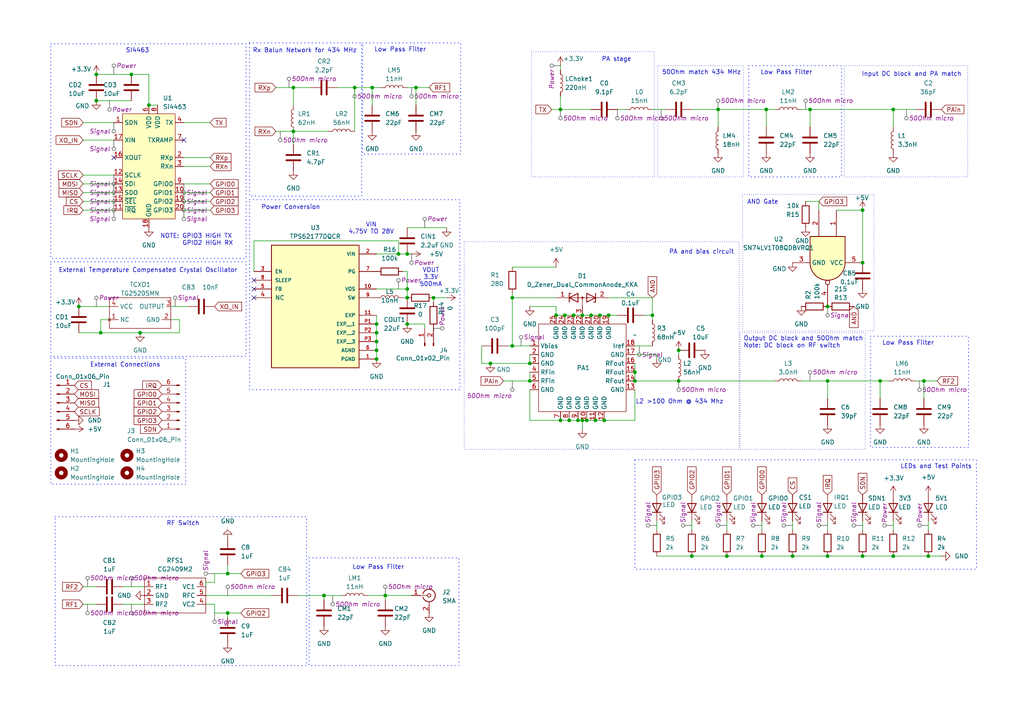
<source format=kicad_sch>
(kicad_sch (version 20231120) (generator "eeschema") (generator_version "8.0")
  (paper "A4")
  (junction (at 66.04 177.8))
  (junction (at 250.19 161.29))
  (junction (at 220.98 161.29))
  (junction (at 184.15 110.49))
  (junction (at 168.91 121.92))
  (junction (at 148.59 100.33))
  (junction (at 189.23 91.44))
  (junction (at 162.56 31.75))
  (junction (at 148.59 86.36))
  (junction (at 240.03 110.49))
  (junction (at 259.08 161.29))
  (junction (at 93.98 172.72))
  (junction (at 167.64 121.92))
  (junction (at 109.22 93.98))
  (junction (at 269.24 161.29))
  (junction (at 171.45 91.44))
  (junction (at 259.08 31.75))
  (junction (at 85.09 38.1))
  (junction (at 240.03 88.9))
  (junction (at 170.18 121.92))
  (junction (at 66.04 166.37))
  (junction (at 107.95 25.4))
  (junction (at 166.37 91.44))
  (junction (at 176.53 91.44))
  (junction (at 234.95 31.75))
  (junction (at 255.27 110.49))
  (junction (at 162.56 121.92))
  (junction (at 118.11 73.66))
  (junction (at 163.83 91.44))
  (junction (at 153.67 110.49))
  (junction (at 208.28 31.75))
  (junction (at 40.64 96.52))
  (junction (at 118.11 83.82))
  (junction (at 165.1 121.92))
  (junction (at 229.87 161.29))
  (junction (at 27.94 29.21))
  (junction (at 29.21 96.52))
  (junction (at 102.87 25.4))
  (junction (at 109.22 99.06))
  (junction (at 120.65 25.4))
  (junction (at 109.22 101.6))
  (junction (at 125.73 86.36))
  (junction (at 43.18 30.48))
  (junction (at 118.11 86.36))
  (junction (at 115.57 73.66))
  (junction (at 109.22 96.52))
  (junction (at 22.86 88.9))
  (junction (at 222.25 31.75))
  (junction (at 142.24 105.41))
  (junction (at 175.26 121.92))
  (junction (at 250.19 76.2))
  (junction (at 38.1 21.59))
  (junction (at 168.91 91.44))
  (junction (at 200.66 161.29))
  (junction (at 267.97 110.49))
  (junction (at 153.67 105.41))
  (junction (at 27.94 21.59))
  (junction (at 161.29 91.44))
  (junction (at 118.11 93.98))
  (junction (at 196.85 110.49))
  (junction (at 196.85 101.6))
  (junction (at 250.19 60.96))
  (junction (at 210.82 161.29))
  (junction (at 173.99 91.44))
  (junction (at 172.72 121.92))
  (junction (at 240.03 161.29))
  (junction (at 85.09 25.4))
  (junction (at 109.22 104.14))
  (junction (at 184.15 107.95))
  (junction (at 111.76 172.72))
  (no_connect (at 53.34 40.64))
  (no_connect (at 33.02 45.72))
  (no_connect (at 73.66 83.82))
  (no_connect (at 73.66 81.28))
  (no_connect (at 73.66 86.36))
  (wire (pts (xy 250.19 151.13) (xy 250.19 153.67)))
  (wire (pts (xy 52.07 92.71) (xy 52.07 96.52)))
  (wire (pts (xy 102.87 38.1) (xy 102.87 25.4)))
  (wire (pts (xy 53.34 48.26) (xy 60.96 48.26)))
  (wire (pts (xy 123.19 93.98) (xy 118.11 93.98)))
  (wire (pts (xy 66.04 179.07) (xy 66.04 177.8)))
  (wire (pts (xy 24.13 170.18) (xy 27.94 170.18)))
  (wire (pts (xy 148.59 86.36) (xy 148.59 100.33)))
  (wire (pts (xy 109.22 83.82) (xy 118.11 83.82)))
  (wire (pts (xy 269.24 151.13) (xy 269.24 153.67)))
  (wire (pts (xy 53.34 55.88) (xy 60.96 55.88)))
  (wire (pts (xy 190.5 151.13) (xy 190.5 153.67)))
  (wire (pts (xy 118.11 86.36) (xy 118.11 83.82)))
  (wire (pts (xy 189.23 91.44) (xy 189.23 92.71)))
  (wire (pts (xy 118.11 83.82) (xy 118.11 78.74)))
  (wire (pts (xy 161.29 91.44) (xy 163.83 91.44)))
  (wire (pts (xy 24.13 35.56) (xy 33.02 35.56)))
  (wire (pts (xy 189.23 86.36) (xy 189.23 91.44)))
  (wire (pts (xy 255.27 110.49) (xy 255.27 115.57)))
  (wire (pts (xy 125.73 86.36) (xy 129.54 86.36)))
  (wire (pts (xy 173.99 91.44) (xy 176.53 91.44)))
  (wire (pts (xy 259.08 151.13) (xy 259.08 153.67)))
  (wire (pts (xy 234.95 31.75) (xy 259.08 31.75)))
  (wire (pts (xy 148.59 86.36) (xy 161.29 86.36)))
  (wire (pts (xy 186.69 91.44) (xy 189.23 91.44)))
  (wire (pts (xy 109.22 99.06) (xy 109.22 101.6)))
  (wire (pts (xy 66.04 166.37) (xy 69.85 166.37)))
  (wire (pts (xy 160.02 31.75) (xy 162.56 31.75)))
  (wire (pts (xy 53.34 53.34) (xy 60.96 53.34)))
  (wire (pts (xy 109.22 96.52) (xy 109.22 99.06)))
  (wire (pts (xy 229.87 151.13) (xy 229.87 153.67)))
  (wire (pts (xy 111.76 173.99) (xy 111.76 172.72)))
  (wire (pts (xy 229.87 161.29) (xy 240.03 161.29)))
  (wire (pts (xy 200.66 151.13) (xy 200.66 153.67)))
  (wire (pts (xy 242.57 60.96) (xy 250.19 60.96)))
  (wire (pts (xy 184.15 110.49) (xy 196.85 110.49)))
  (wire (pts (xy 176.53 91.44) (xy 179.07 91.44)))
  (wire (pts (xy 240.03 151.13) (xy 240.03 153.67)))
  (wire (pts (xy 168.91 121.92) (xy 168.91 124.46)))
  (wire (pts (xy 162.56 27.94) (xy 162.56 31.75)))
  (wire (pts (xy 66.04 163.83) (xy 66.04 166.37)))
  (wire (pts (xy 240.03 110.49) (xy 255.27 110.49)))
  (wire (pts (xy 22.86 96.52) (xy 29.21 96.52)))
  (wire (pts (xy 29.21 96.52) (xy 29.21 92.71)))
  (wire (pts (xy 59.69 172.72) (xy 78.74 172.72)))
  (wire (pts (xy 146.05 110.49) (xy 153.67 110.49)))
  (wire (pts (xy 85.09 38.1) (xy 95.25 38.1)))
  (wire (pts (xy 139.7 100.33) (xy 139.7 105.41)))
  (wire (pts (xy 153.67 88.9) (xy 161.29 88.9)))
  (wire (pts (xy 250.19 60.96) (xy 250.19 76.2)))
  (wire (pts (xy 116.84 78.74) (xy 118.11 78.74)))
  (wire (pts (xy 27.94 21.59) (xy 38.1 21.59)))
  (wire (pts (xy 85.09 25.4) (xy 90.17 25.4)))
  (wire (pts (xy 24.13 175.26) (xy 27.94 175.26)))
  (wire (pts (xy 190.5 161.29) (xy 200.66 161.29)))
  (wire (pts (xy 27.94 29.21) (xy 38.1 29.21)))
  (wire (pts (xy 153.67 113.03) (xy 153.67 121.92)))
  (wire (pts (xy 52.07 96.52) (xy 40.64 96.52)))
  (wire (pts (xy 184.15 100.33) (xy 189.23 100.33)))
  (wire (pts (xy 200.66 31.75) (xy 208.28 31.75)))
  (wire (pts (xy 120.65 25.4) (xy 124.46 25.4)))
  (wire (pts (xy 40.64 96.52) (xy 29.21 96.52)))
  (wire (pts (xy 153.67 121.92) (xy 162.56 121.92)))
  (wire (pts (xy 49.53 88.9) (xy 54.61 88.9)))
  (wire (pts (xy 120.65 30.48) (xy 120.65 25.4)))
  (wire (pts (xy 24.13 40.64) (xy 33.02 40.64)))
  (wire (pts (xy 162.56 19.05) (xy 162.56 20.32)))
  (wire (pts (xy 172.72 121.92) (xy 175.26 121.92)))
  (wire (pts (xy 118.11 25.4) (xy 120.65 25.4)))
  (wire (pts (xy 196.85 110.49) (xy 224.79 110.49)))
  (wire (pts (xy 53.34 60.96) (xy 60.96 60.96)))
  (wire (pts (xy 29.21 92.71) (xy 31.75 92.71)))
  (wire (pts (xy 269.24 161.29) (xy 273.05 161.29)))
  (wire (pts (xy 167.64 121.92) (xy 168.91 121.92)))
  (wire (pts (xy 147.32 100.33) (xy 148.59 100.33)))
  (wire (pts (xy 62.23 166.37) (xy 66.04 166.37)))
  (wire (pts (xy 59.69 168.91) (xy 59.69 170.18)))
  (wire (pts (xy 184.15 107.95) (xy 184.15 110.49)))
  (wire (pts (xy 22.86 88.9) (xy 31.75 88.9)))
  (wire (pts (xy 107.95 25.4) (xy 110.49 25.4)))
  (wire (pts (xy 43.18 21.59) (xy 43.18 30.48)))
  (wire (pts (xy 80.01 38.1) (xy 85.09 38.1)))
  (wire (pts (xy 162.56 31.75) (xy 171.45 31.75)))
  (wire (pts (xy 115.57 69.85) (xy 115.57 73.66)))
  (wire (pts (xy 237.49 58.42) (xy 237.49 60.96)))
  (wire (pts (xy 102.87 25.4) (xy 107.95 25.4)))
  (wire (pts (xy 184.15 102.87) (xy 190.5 102.87)))
  (wire (pts (xy 125.73 86.36) (xy 125.73 87.63)))
  (wire (pts (xy 73.66 78.74) (xy 73.66 69.85)))
  (wire (pts (xy 234.95 36.83) (xy 234.95 31.75)))
  (wire (pts (xy 139.7 105.41) (xy 142.24 105.41)))
  (wire (pts (xy 232.41 110.49) (xy 240.03 110.49)))
  (wire (pts (xy 184.15 105.41) (xy 184.15 107.95)))
  (wire (pts (xy 24.13 60.96) (xy 33.02 60.96)))
  (wire (pts (xy 85.09 38.1) (xy 85.09 41.91)))
  (wire (pts (xy 168.91 91.44) (xy 171.45 91.44)))
  (wire (pts (xy 62.23 168.91) (xy 59.69 168.91)))
  (wire (pts (xy 66.04 177.8) (xy 69.85 177.8)))
  (wire (pts (xy 109.22 91.44) (xy 109.22 93.98)))
  (wire (pts (xy 196.85 101.6) (xy 196.85 102.87)))
  (wire (pts (xy 170.18 121.92) (xy 172.72 121.92)))
  (wire (pts (xy 255.27 110.49) (xy 257.81 110.49)))
  (wire (pts (xy 53.34 45.72) (xy 60.96 45.72)))
  (wire (pts (xy 171.45 91.44) (xy 173.99 91.44)))
  (wire (pts (xy 85.09 25.4) (xy 85.09 30.48)))
  (wire (pts (xy 190.5 102.87) (xy 190.5 104.14)))
  (wire (pts (xy 189.23 31.75) (xy 193.04 31.75)))
  (wire (pts (xy 107.95 25.4) (xy 107.95 30.48)))
  (wire (pts (xy 62.23 177.8) (xy 66.04 177.8)))
  (wire (pts (xy 220.98 151.13) (xy 220.98 153.67)))
  (wire (pts (xy 179.07 31.75) (xy 181.61 31.75)))
  (wire (pts (xy 208.28 31.75) (xy 222.25 31.75)))
  (wire (pts (xy 161.29 88.9) (xy 161.29 91.44)))
  (wire (pts (xy 153.67 107.95) (xy 153.67 110.49)))
  (wire (pts (xy 106.68 172.72) (xy 111.76 172.72)))
  (wire (pts (xy 24.13 55.88) (xy 33.02 55.88)))
  (wire (pts (xy 267.97 110.49) (xy 271.78 110.49)))
  (wire (pts (xy 259.08 31.75) (xy 265.43 31.75)))
  (wire (pts (xy 184.15 113.03) (xy 184.15 121.92)))
  (wire (pts (xy 176.53 86.36) (xy 189.23 86.36)))
  (wire (pts (xy 38.1 21.59) (xy 43.18 21.59)))
  (wire (pts (xy 118.11 66.04) (xy 129.54 66.04)))
  (wire (pts (xy 102.87 25.4) (xy 97.79 25.4)))
  (wire (pts (xy 259.08 161.29) (xy 269.24 161.29)))
  (wire (pts (xy 210.82 161.29) (xy 220.98 161.29)))
  (wire (pts (xy 109.22 73.66) (xy 115.57 73.66)))
  (wire (pts (xy 86.36 172.72) (xy 93.98 172.72)))
  (wire (pts (xy 35.56 170.18) (xy 41.91 170.18)))
  (wire (pts (xy 200.66 161.29) (xy 210.82 161.29)))
  (wire (pts (xy 148.59 77.47) (xy 161.29 77.47)))
  (wire (pts (xy 80.01 25.4) (xy 85.09 25.4)))
  (wire (pts (xy 148.59 100.33) (xy 153.67 100.33)))
  (wire (pts (xy 240.03 110.49) (xy 240.03 115.57)))
  (wire (pts (xy 123.19 95.25) (xy 123.19 93.98)))
  (wire (pts (xy 208.28 31.75) (xy 208.28 36.83)))
  (wire (pts (xy 43.18 30.48) (xy 45.72 30.48)))
  (wire (pts (xy 166.37 91.44) (xy 168.91 91.44)))
  (wire (pts (xy 35.56 175.26) (xy 41.91 175.26)))
  (wire (pts (xy 165.1 121.92) (xy 167.64 121.92)))
  (wire (pts (xy 24.13 50.8) (xy 33.02 50.8)))
  (wire (pts (xy 53.34 58.42) (xy 60.96 58.42)))
  (wire (pts (xy 111.76 172.72) (xy 119.38 172.72)))
  (wire (pts (xy 163.83 91.44) (xy 166.37 91.44)))
  (wire (pts (xy 109.22 101.6) (xy 109.22 104.14)))
  (wire (pts (xy 259.08 31.75) (xy 259.08 36.83)))
  (wire (pts (xy 49.53 92.71) (xy 52.07 92.71)))
  (wire (pts (xy 148.59 85.09) (xy 148.59 86.36)))
  (wire (pts (xy 118.11 73.66) (xy 115.57 73.66)))
  (wire (pts (xy 233.68 58.42) (xy 237.49 58.42)))
  (wire (pts (xy 24.13 53.34) (xy 33.02 53.34)))
  (wire (pts (xy 153.67 102.87) (xy 153.67 105.41)))
  (wire (pts (xy 53.34 35.56) (xy 60.96 35.56)))
  (wire (pts (xy 222.25 31.75) (xy 222.25 36.83)))
  (wire (pts (xy 93.98 172.72) (xy 93.98 173.99)))
  (wire (pts (xy 93.98 172.72) (xy 99.06 172.72)))
  (wire (pts (xy 210.82 151.13) (xy 210.82 153.67)))
  (wire (pts (xy 220.98 161.29) (xy 229.87 161.29)))
  (wire (pts (xy 232.41 31.75) (xy 234.95 31.75)))
  (wire (pts (xy 62.23 175.26) (xy 62.23 177.8)))
  (wire (pts (xy 184.15 121.92) (xy 175.26 121.92)))
  (wire (pts (xy 267.97 115.57) (xy 267.97 110.49)))
  (wire (pts (xy 240.03 161.29) (xy 250.19 161.29)))
  (wire (pts (xy 168.91 121.92) (xy 170.18 121.92)))
  (wire (pts (xy 119.38 73.66) (xy 118.11 73.66)))
  (wire (pts (xy 73.66 69.85) (xy 115.57 69.85)))
  (wire (pts (xy 109.22 93.98) (xy 109.22 96.52)))
  (wire (pts (xy 222.25 31.75) (xy 224.79 31.75)))
  (wire (pts (xy 24.13 58.42) (xy 33.02 58.42)))
  (wire (pts (xy 142.24 105.41) (xy 153.67 105.41)))
  (wire (pts (xy 59.69 175.26) (xy 62.23 175.26)))
  (wire (pts (xy 62.23 166.37) (xy 62.23 168.91)))
  (wire (pts (xy 116.84 86.36) (xy 118.11 86.36)))
  (wire (pts (xy 265.43 110.49) (xy 267.97 110.49)))
  (wire (pts (xy 162.56 121.92) (xy 165.1 121.92)))
  (wire (pts (xy 250.19 161.29) (xy 259.08 161.29)))
  (rectangle (start 14.732 12.7) (end 71.374 74.93) (stroke (width 0.254) (type dot) (color 23 47 255 1)))
  (rectangle (start 72.39 57.912) (end 133.35 113.03) (stroke (width 0.254) (type dot) (color 23 47 255 1)))
  (rectangle (start 14.732 103.886) (end 53.848 140.462) (stroke (width 0.254) (type dot) (color 23 47 255 1)))
  (rectangle (start 244.856 19.05) (end 280.67 51.308) (stroke (width 0) (type dot)))
  (rectangle (start 252.476 97.536) (end 280.924 129.794) (stroke (width 0.254) (type dot) (color 23 47 255 1)))
  (rectangle (start 72.39 12.446) (end 104.902 56.896) (stroke (width 0.254) (type dot) (color 23 47 255 1)))
  (rectangle (start 215.392 56.388) (end 253.492 96.012) (stroke (width 0) (type dot)))
  (rectangle (start 154.178 14.986) (end 189.738 51.308) (stroke (width 0) (type dot)))
  (rectangle (start 214.63 96.52) (end 250.952 130.302) (stroke (width 0) (type dot)))
  (rectangle (start 190.754 19.05) (end 215.646 51.308) (stroke (width 0) (type dot)))
  (rectangle (start 89.662 161.798) (end 133.096 193.04) (stroke (width 0.254) (type dot) (color 23 47 255 1)))
  (rectangle (start 217.17 19.05) (end 244.094 51.308) (stroke (width 0.254) (type dot) (color 23 47 255 1)))
  (rectangle (start 105.156 12.446) (end 133.604 44.704) (stroke (width 0.254) (type dot) (color 23 47 255 1)))
  (rectangle (start 184.15 133.35) (end 283.21 165.1) (stroke (width 0.254) (type dot) (color 23 47 255 1)))
  (rectangle (start 134.62 70.104) (end 214.376 130.302) (stroke (width 0) (type dot)))
  (rectangle (start 16.002 149.86) (end 88.9 193.04) (stroke (width 0.254) (type dot) (color 23 47 255 1)))
  (rectangle (start 14.732 75.946) (end 71.374 103.378) (stroke (width 0.254) (type dot) (color 23 47 255 1)))
  (text "RF Switch\n" (at 53.086 151.892 0) (effects (font (size 1.27 1.27))))
  (text "AND Gate\n" (at 221.234 58.674 0) (effects (font (size 1.27 1.27))))
  (text "VIN\n4.75V TO 28V" (at 107.696 66.294 0) (effects (font (size 1.27 1.27))))
  (text "SI4463" (at 39.878 14.732 0) (effects (font (size 1.27 1.27))))
  (text "Low Pass Filter" (at 109.728 164.592 0) (effects (font (size 1.27 1.27))))
  (text "Rx Balun Network for 434 MHz\n" (at 88.392 14.732 0) (effects (font (size 1.27 1.27))))
  (text "LEDs and Test Points\n" (at 271.526 135.382 0) (effects (font (size 1.27 1.27))))
  (text "External Temperature Compensated Crystal Oscillator\n\n" (at 42.926 79.502 0) (effects (font (size 1.27 1.27))))
  (text "Low Pass Filter" (at 228.092 21.082 0) (effects (font (size 1.27 1.27))))
  (text "Input DC block and PA match" (at 264.414 21.59 0) (effects (font (size 1.27 1.27))))
  (text "PA stage" (at 178.816 17.272 0) (effects (font (size 1.27 1.27))))
  (text "VOUT\n3.3V\n500mA" (at 124.968 80.518 0) (effects (font (size 1.27 1.27))))
  (text "Output DC block and 50Ohm match\nNote: DC block on RF switch\n" (at 215.646 99.314 0) (effects (font (size 1.27 1.27)) (justify left)))
  (text "Power Conversion\n" (at 84.328 60.198 0) (effects (font (size 1.27 1.27))))
  (text "External Connections\n" (at 36.322 105.918 0) (effects (font (size 1.27 1.27))))
  (text "L2 >100 Ohm @ 434 Mhz" (at 197.104 116.586 0) (effects (font (size 1.27 1.27))))
  (text "Low Pass Filter" (at 263.398 99.568 0) (effects (font (size 1.27 1.27))))
  (text "Low Pass Filter" (at 116.078 14.478 0) (effects (font (size 1.27 1.27))))
  (text "NOTE: GPIO3 HIGH TX\n	  GPIO2 HIGH RX" (at 56.896 69.596 0) (effects (font (size 1.27 1.27))))
  (text "PA and bias circuit" (at 203.454 73.152 0) (effects (font (size 1.27 1.27))))
  (text "50Ohm match 434 MHz\n" (at 203.454 21.082 0) (effects (font (size 1.27 1.27))))
  (global_label "XO_IN" (shape input) (at 24.13 40.64 180) (property "Intersheetrefs" "${INTERSHEET_REFS}" (effects (hide yes))))
  (global_label "RXn" (shape input) (at 60.96 48.26 0) (property "Intersheetrefs" "${INTERSHEET_REFS}" (effects (hide yes))))
  (global_label "IRQ" (shape input) (at 24.13 60.96 180) (property "Intersheetrefs" "${INTERSHEET_REFS}" (effects (hide yes))))
  (global_label "GPIO2" (shape input) (at 69.85 177.8 0) (property "Intersheetrefs" "${INTERSHEET_REFS}" (effects (hide yes))))
  (global_label "CS" (shape input) (at 21.59 111.76 0) (property "Intersheetrefs" "${INTERSHEET_REFS}" (effects (hide yes))))
  (global_label "CS" (shape input) (at 229.87 143.51 90) (property "Intersheetrefs" "${INTERSHEET_REFS}" (effects (hide yes))))
  (global_label "GPIO0" (shape input) (at 46.99 114.3 180) (property "Intersheetrefs" "${INTERSHEET_REFS}" (effects (hide yes))))
  (global_label "IRQ" (shape input) (at 46.99 111.76 180) (property "Intersheetrefs" "${INTERSHEET_REFS}" (effects (hide yes))))
  (global_label "GPIO1" (shape input) (at 46.99 116.84 180) (property "Intersheetrefs" "${INTERSHEET_REFS}" (effects (hide yes))))
  (global_label "CS" (shape input) (at 24.13 58.42 180) (property "Intersheetrefs" "${INTERSHEET_REFS}" (effects (hide yes))))
  (global_label "GPIO1" (shape input) (at 60.96 55.88 0) (property "Intersheetrefs" "${INTERSHEET_REFS}" (effects (hide yes))))
  (global_label "AND" (shape input) (at 189.23 86.36 90) (property "Intersheetrefs" "${INTERSHEET_REFS}" (effects (hide yes))))
  (global_label "PAin" (shape input) (at 273.05 31.75 0) (property "Intersheetrefs" "${INTERSHEET_REFS}" (effects (hide yes))))
  (global_label "RXp" (shape input) (at 80.01 25.4 180) (property "Intersheetrefs" "${INTERSHEET_REFS}" (effects (hide yes))))
  (global_label "GPIO2" (shape input) (at 200.66 143.51 90) (property "Intersheetrefs" "${INTERSHEET_REFS}" (effects (hide yes))))
  (global_label "RXp" (shape input) (at 60.96 45.72 0) (property "Intersheetrefs" "${INTERSHEET_REFS}" (effects (hide yes))))
  (global_label "RF1" (shape input) (at 124.46 25.4 0) (property "Intersheetrefs" "${INTERSHEET_REFS}" (effects (hide yes))))
  (global_label "GPIO3" (shape input) (at 237.49 58.42 0) (property "Intersheetrefs" "${INTERSHEET_REFS}" (effects (hide yes))))
  (global_label "TX" (shape input) (at 60.96 35.56 0) (property "Intersheetrefs" "${INTERSHEET_REFS}" (effects (hide yes))))
  (global_label "SDN" (shape input) (at 24.13 35.56 180) (property "Intersheetrefs" "${INTERSHEET_REFS}" (effects (hide yes))))
  (global_label "TX" (shape input) (at 160.02 31.75 180) (property "Intersheetrefs" "${INTERSHEET_REFS}" (effects (hide yes))))
  (global_label "SCLK" (shape input) (at 24.13 50.8 180) (property "Intersheetrefs" "${INTERSHEET_REFS}" (effects (hide yes))))
  (global_label "MISO" (shape input) (at 21.59 116.84 0) (property "Intersheetrefs" "${INTERSHEET_REFS}" (effects (hide yes))))
  (global_label "PAin" (shape input) (at 146.05 110.49 180) (property "Intersheetrefs" "${INTERSHEET_REFS}" (effects (hide yes))))
  (global_label "RXn" (shape input) (at 80.01 38.1 180) (property "Intersheetrefs" "${INTERSHEET_REFS}" (effects (hide yes))))
  (global_label "MOSI" (shape input) (at 24.13 53.34 180) (property "Intersheetrefs" "${INTERSHEET_REFS}" (effects (hide yes))))
  (global_label "AND" (shape input) (at 247.65 88.9 270) (property "Intersheetrefs" "${INTERSHEET_REFS}" (effects (hide yes))))
  (global_label "GPIO1" (shape input) (at 210.82 143.51 90) (property "Intersheetrefs" "${INTERSHEET_REFS}" (effects (hide yes))))
  (global_label "GPIO2" (shape input) (at 60.96 58.42 0) (property "Intersheetrefs" "${INTERSHEET_REFS}" (effects (hide yes))))
  (global_label "IRQ" (shape input) (at 240.03 143.51 90) (property "Intersheetrefs" "${INTERSHEET_REFS}" (effects (hide yes))))
  (global_label "GPIO2" (shape input) (at 46.99 119.38 180) (property "Intersheetrefs" "${INTERSHEET_REFS}" (effects (hide yes))))
  (global_label "GPIO0" (shape input) (at 60.96 53.34 0) (property "Intersheetrefs" "${INTERSHEET_REFS}" (effects (hide yes))))
  (global_label "MOSI" (shape input) (at 21.59 114.3 0) (property "Intersheetrefs" "${INTERSHEET_REFS}" (effects (hide yes))))
  (global_label "RF1" (shape input) (at 24.13 175.26 180) (property "Intersheetrefs" "${INTERSHEET_REFS}" (effects (hide yes))))
  (global_label "MISO" (shape input) (at 24.13 55.88 180) (property "Intersheetrefs" "${INTERSHEET_REFS}" (effects (hide yes))))
  (global_label "SDN" (shape input) (at 46.99 124.46 180) (property "Intersheetrefs" "${INTERSHEET_REFS}" (effects (hide yes))))
  (global_label "GPIO3" (shape input) (at 46.99 121.92 180) (property "Intersheetrefs" "${INTERSHEET_REFS}" (effects (hide yes))))
  (global_label "GPIO0" (shape input) (at 220.98 143.51 90) (property "Intersheetrefs" "${INTERSHEET_REFS}" (effects (hide yes))))
  (global_label "GPIO3" (shape input) (at 60.96 60.96 0) (property "Intersheetrefs" "${INTERSHEET_REFS}" (effects (hide yes))))
  (global_label "XO_IN" (shape input) (at 62.23 88.9 0) (property "Intersheetrefs" "${INTERSHEET_REFS}" (effects (hide yes))))
  (global_label "RF2" (shape input) (at 271.78 110.49 0) (property "Intersheetrefs" "${INTERSHEET_REFS}" (effects (hide yes))))
  (global_label "SDN" (shape input) (at 250.19 143.51 90) (property "Intersheetrefs" "${INTERSHEET_REFS}" (effects (hide yes))))
  (global_label "SCLK" (shape input) (at 21.59 119.38 0) (property "Intersheetrefs" "${INTERSHEET_REFS}" (effects (hide yes))))
  (global_label "GPIO3" (shape input) (at 69.85 166.37 0) (property "Intersheetrefs" "${INTERSHEET_REFS}" (effects (hide yes))))
  (global_label "RF2" (shape input) (at 24.13 170.18 180) (property "Intersheetrefs" "${INTERSHEET_REFS}" (effects (hide yes))))
  (global_label "GPIO3" (shape input) (at 190.5 143.51 90) (property "Intersheetrefs" "${INTERSHEET_REFS}" (effects (hide yes))))
  (netclass_flag "" (length 2.54) (shape round) (at 33.02 40.64 180) (property "Netclass" "Signal" (at 25.908 43.18 0) (effects (font (italic yes)) (justify left))))
  (netclass_flag "" (length 2.54) (shape round) (at 200.66 152.4 90) (property "Netclass" "Signal" (at 198.12 151.7015 90) (effects (font (italic yes)) (justify left))))
  (netclass_flag "" (length 2.54) (shape round) (at 33.02 21.59 0) (property "Netclass" "Power" (at 33.7185 19.05 0) (effects (font (italic yes)) (justify left))))
  (netclass_flag "" (length 2.54) (shape round) (at 208.28 31.75 0) (property "Netclass" "50Ohm micro" (at 208.9785 29.21 0) (effects (font (italic yes)) (justify left))))
  (netclass_flag "" (length 2.54) (shape round) (at 38.1 170.18 0) (property "Netclass" "50Ohm micro" (at 38.7985 167.64 0) (effects (font (italic yes)) (justify left))))
  (netclass_flag "" (length 2.54) (shape round) (at 62.23 177.8 180) (property "Netclass" "Signal" (at 62.9285 180.34 0) (effects (font (italic yes)) (justify left))))
  (netclass_flag "" (length 2.54) (shape round) (at 234.95 110.49 0) (property "Netclass" "50Ohm micro" (at 235.6485 107.95 0) (effects (font (italic yes)) (justify left))))
  (netclass_flag "" (length 2.54) (shape round) (at 259.08 152.4 90) (property "Netclass" "Power" (at 256.54 151.7015 90) (effects (font (italic yes)) (justify left))))
  (netclass_flag "" (length 2.54) (shape round) (at 191.77 31.75 180) (property "Netclass" "50Ohm micro" (at 192.4685 34.29 0) (effects (font (italic yes)) (justify left))))
  (netclass_flag "" (length 2.54) (shape round) (at 119.38 73.66 180) (property "Netclass" "Power" (at 120.0785 76.2 0) (effects (font (italic yes)) (justify left))))
  (netclass_flag "" (length 2.54) (shape round) (at 196.85 110.49 180) (property "Netclass" "50Ohm micro" (at 197.5485 113.03 0) (effects (font (italic yes)) (justify left))))
  (netclass_flag "" (length 2.54) (shape round) (at 102.87 25.4 180) (property "Netclass" "50Ohm micro" (at 103.5685 27.94 0) (effects (font (italic yes)) (justify left))))
  (netclass_flag "" (length 2.54) (shape round) (at 240.03 152.4 90) (property "Netclass" "Signal" (at 237.49 151.7015 90) (effects (font (italic yes)) (justify left))))
  (netclass_flag "" (length 2.54) (shape round) (at 229.87 152.4 90) (property "Netclass" "Signal" (at 227.33 151.7015 90) (effects (font (italic yes)) (justify left))))
  (netclass_flag "" (length 2.54) (shape round) (at 162.56 19.05 90) (property "Netclass" "Power" (at 160.02 25.908 90) (effects (font (italic yes)) (justify left))))
  (netclass_flag "" (length 2.54) (shape round) (at 123.19 66.04 0) (property "Netclass" "Power" (at 123.8885 63.5 0) (effects (font (italic yes)) (justify left))))
  (netclass_flag "" (length 2.54) (shape round) (at 53.34 60.96 180) (property "Netclass" "Signal" (at 54.0385 63.5 0) (effects (font (italic yes)) (justify left))))
  (netclass_flag "" (length 2.54) (shape round) (at 38.1 175.26 180) (property "Netclass" "50Ohm micro" (at 38.7985 177.8 0) (effects (font (italic yes)) (justify left))))
  (netclass_flag "" (length 2.54) (shape round) (at 162.56 31.75 180) (property "Netclass" "50Ohm micro" (at 163.2585 34.29 0) (effects (font (italic yes)) (justify left))))
  (netclass_flag "" (length 2.54) (shape round) (at 27.94 88.9 0) (property "Netclass" "Power" (at 28.6385 86.36 0) (effects (font (italic yes)) (justify left))))
  (netclass_flag "" (length 2.54) (shape round) (at 185.42 100.33 180) (property "Netclass" "Signal" (at 186.1185 102.87 0) (effects (font (italic yes)) (justify left))))
  (netclass_flag "" (length 2.54) (shape round) (at 50.8 88.9 0) (property "Netclass" "Signal" (at 51.4985 86.36 0) (effects (font (italic yes)) (justify left))))
  (netclass_flag "" (length 2.54) (shape round) (at 262.89 31.75 180) (property "Netclass" "50Ohm micro" (at 263.5885 34.29 0) (effects (font (italic yes)) (justify left))))
  (netclass_flag "" (length 2.54) (shape round) (at 53.34 58.42 180) (property "Netclass" "Signal" (at 54.0385 60.96 0) (effects (font (italic yes)) (justify left))))
  (netclass_flag "" (length 2.54) (shape round) (at 25.4 170.18 0) (property "Netclass" "50Ohm micro" (at 26.0985 167.64 0) (effects (font (italic yes)) (justify left))))
  (netclass_flag "" (length 2.54) (shape round) (at 125.73 95.25 270) (property "Netclass" "Power" (at 128.27 94.5515 90) (effects (font (italic yes)) (justify left))))
  (netclass_flag "" (length 2.54) (shape round) (at 210.82 152.4 90) (property "Netclass" "Signal" (at 208.28 151.7015 90) (effects (font (italic yes)) (justify left))))
  (netclass_flag "" (length 2.54) (shape round) (at 250.19 152.4 90) (property "Netclass" "Signal" (at 247.65 151.7015 90) (effects (font (italic yes)) (justify left))))
  (netclass_flag "" (length 2.54) (shape round) (at 119.38 25.4 180) (property "Netclass" "50Ohm micro" (at 120.0785 27.94 0) (effects (font (italic yes)) (justify left))))
  (netclass_flag "" (length 2.54) (shape round) (at 83.82 25.4 0) (property "Netclass" "50Ohm micro" (at 84.5185 22.86 0) (effects (font (italic yes)) (justify left))))
  (netclass_flag "" (length 2.54) (shape round) (at 179.07 31.75 180) (property "Netclass" "50Ohm micro" (at 179.7685 34.29 0) (effects (font (italic yes)) (justify left))))
  (netclass_flag "" (length 2.54) (shape round) (at 96.52 172.72 180) (property "Netclass" "50Ohm micro" (at 97.2185 175.26 0) (effects (font (italic yes)) (justify left))))
  (netclass_flag "" (length 2.54) (shape round) (at 220.98 152.4 90) (property "Netclass" "Signal" (at 218.44 151.7015 90) (effects (font (italic yes)) (justify left))))
  (netclass_flag "" (length 2.54) (shape round) (at 33.02 50.8 180) (property "Netclass" "Signal" (at 25.908 53.34 0) (effects (font (italic yes)) (justify left))))
  (netclass_flag "" (length 2.54) (shape round) (at 148.59 110.49 180) (property "Netclass" "50Ohm micro" (at 135.382 114.808 0) (effects (font (italic yes)) (justify left))))
  (netclass_flag "" (length 2.54) (shape round) (at 33.02 60.96 180) (property "Netclass" "Signal" (at 25.908 63.5 0) (effects (font (italic yes)) (justify left))))
  (netclass_flag "" (length 2.54) (shape round) (at 25.4 175.26 180) (property "Netclass" "50Ohm micro" (at 26.0985 177.8 0) (effects (font (italic yes)) (justify left))))
  (netclass_flag "" (length 2.54) (shape round) (at 53.34 55.88 180) (property "Netclass" "Signal" (at 54.0385 58.42 0) (effects (font (italic yes)) (justify left))))
  (netclass_flag "" (length 2.54) (shape round) (at 33.02 55.88 180) (property "Netclass" "Signal" (at 25.908 58.42 0) (effects (font (italic yes)) (justify left))))
  (netclass_flag "" (length 2.54) (shape round) (at 233.68 31.75 0) (property "Netclass" "50Ohm micro" (at 234.3785 29.21 0) (effects (font (italic yes)) (justify left))))
  (netclass_flag "" (length 2.54) (shape round) (at 151.13 100.33 0) (property "Netclass" "Signal" (at 151.8285 97.79 0) (effects (font (italic yes)) (justify left))))
  (netclass_flag "" (length 2.54) (shape round) (at 66.04 172.72 0) (property "Netclass" "50Ohm micro" (at 66.7385 170.18 0) (effects (font (italic yes)) (justify left))))
  (netclass_flag "" (length 2.54) (shape round) (at 33.02 53.34 180) (property "Netclass" "Signal" (at 25.908 55.88 0) (effects (font (italic yes)) (justify left))))
  (netclass_flag "" (length 2.54) (shape round) (at 266.7 110.49 180) (property "Netclass" "50Ohm micro" (at 267.3985 113.03 0) (effects (font (italic yes)) (justify left))))
  (netclass_flag "" (length 2.54) (shape round) (at 53.34 53.34 180) (property "Netclass" "Signal" (at 54.0385 55.88 0) (effects (font (italic yes)) (justify left))))
  (netclass_flag "" (length 2.54) (shape round) (at 190.5 152.4 90) (property "Netclass" "Signal" (at 187.96 151.7015 90) (effects (font (italic yes)) (justify left))))
  (netclass_flag "" (length 2.54) (shape round) (at 33.02 58.42 180) (property "Netclass" "Signal" (at 25.908 60.96 0) (effects (font (italic yes)) (justify left))))
  (netclass_flag "" (length 2.54) (shape round) (at 269.24 152.4 90) (property "Netclass" "Power" (at 266.7 151.7015 90) (effects (font (italic yes)) (justify left))))
  (netclass_flag "" (length 2.54) (shape round) (at 115.57 83.82 0) (property "Netclass" "Power" (at 116.2685 81.28 0) (effects (font (italic yes)) (justify left))))
  (netclass_flag "" (length 2.54) (shape round) (at 111.76 172.72 0) (property "Netclass" "50Ohm micro" (at 112.4585 170.18 0) (effects (font (italic yes)) (justify left))))
  (netclass_flag "" (length 2.54) (shape round) (at 62.23 166.37 90) (property "Netclass" "Signal" (at 59.69 165.6715 90) (effects (font (italic yes)) (justify left))))
  (netclass_flag "" (length 2.54) (shape round) (at 240.03 88.9 180) (property "Netclass" "Signal" (at 240.7285 91.44 0) (effects (font (italic yes)) (justify left))))
  (netclass_flag "" (length 2.54) (shape round) (at 81.28 38.1 180) (property "Netclass" "50Ohm micro" (at 81.9785 40.64 0) (effects (font (italic yes)) (justify left))))
  (netclass_flag "" (length 2.54) (shape round) (at 33.02 35.56 180) (property "Netclass" "Signal" (at 25.908 38.1 0) (effects (font (italic yes)) (justify left))))
  (netclass_flag "" (length 2.54) (shape round) (at 31.75 29.21 180) (property "Netclass" "Power" (at 32.4485 31.75 0) (effects (font (italic yes)) (justify left))))
  (symbol (lib_id "Device:L") (at 113.03 86.36 90) (unit 1)
    (property "Reference" "L5" (at 113.03 84.582 90))
    (property "Value" "10nH" (at 113.03 87.122 90))
    (property "Footprint" "Inductor_SMD:L_0805_2012Metric" (effects (hide yes)))
    (property "Description" "Inductor" (effects (hide yes)))
  )
  (symbol (lib_id "power:+3.3V") (at 27.94 21.59 0) (unit 1)
    (property "Reference" "#PWR023" (effects (hide yes)))
    (property "Value" "+3.3V" (at 20.574 20.066 0) (effects (justify left)))
    (property "Description" "Power symbol creates a global label with name \"+3.3V\"" (effects (hide yes)))
  )
  (symbol (lib_id "power:+5V") (at 250.19 60.96 0) (unit 1)
    (property "Reference" "#PWR032" (effects (hide yes)))
    (property "Value" "+5V" (at 247.904 57.404 0) (effects (justify left)))
    (property "Description" "Power symbol creates a global label with name \"+5V\"" (effects (hide yes)))
  )
  (symbol (lib_id "Device:C") (at 31.75 170.18 270) (unit 1)
    (property "Reference" "CB1" (at 31.75 162.56 90))
    (property "Value" "1uF" (at 31.75 165.1 90))
    (property "Footprint" "Capacitor_SMD:C_0805_2012Metric_Pad1.18x1.45mm_HandSolder" (effects (hide yes)))
    (property "Description" "Unpolarized capacitor" (effects (hide yes)))
  )
  (symbol (lib_id "Device:C") (at 267.97 119.38 0) (unit 1)
    (property "Reference" "CM9" (at 271.78 118.1099 0) (effects (justify left)))
    (property "Value" "22pF" (at 271.78 120.6499 0) (effects (justify left)))
    (property "Footprint" "Capacitor_SMD:C_0805_2012Metric_Pad1.18x1.45mm_HandSolder" (effects (hide yes)))
    (property "Description" "Unpolarized capacitor" (effects (hide yes)))
  )
  (symbol (lib_id "power:+3.3V") (at 162.56 19.05 0) (unit 1)
    (property "Reference" "#PWR020" (effects (hide yes)))
    (property "Value" "+3.3V" (at 163.322 17.018 0) (effects (justify left)))
    (property "Description" "Power symbol creates a global label with name \"+3.3V\"" (effects (hide yes)))
  )
  (symbol (lib_id "Device:L") (at 85.09 34.29 180) (unit 1)
    (property "Reference" "LR1" (at 86.36 33.0199 0) (effects (justify right)))
    (property "Value" "62nH" (at 86.36 35.5599 0) (effects (justify right)))
    (property "Footprint" "Inductor_SMD:L_0603_1608Metric_Pad1.05x0.95mm_HandSolder" (effects (hide yes)))
    (property "Description" "Inductor" (effects (hide yes)))
  )
  (symbol (lib_id "Device:R") (at 200.66 157.48 0) (unit 1)
    (property "Reference" "R6" (at 203.2 156.2099 0) (effects (justify left)))
    (property "Value" "2k" (at 203.2 158.7499 0) (effects (justify left)))
    (property "Footprint" "Resistor_SMD:R_0805_2012Metric_Pad1.20x1.40mm_HandSolder" (effects (hide yes)))
    (property "Description" "Resistor" (effects (hide yes)))
  )
  (symbol (lib_id "power:GND") (at 85.09 49.53 0) (unit 1)
    (property "Reference" "#PWR016" (effects (hide yes)))
    (property "Value" "GND" (at 85.09 54.61 0))
    (property "Description" "Power symbol creates a global label with name \"GND\" , ground" (effects (hide yes)))
  )
  (symbol (lib_id "Device:C") (at 222.25 40.64 0) (unit 1)
    (property "Reference" "CM4" (at 226.06 39.3699 0) (effects (justify left)))
    (property "Value" "22pF" (at 226.06 41.9099 0) (effects (justify left)))
    (property "Footprint" "Capacitor_SMD:C_0805_2012Metric_Pad1.18x1.45mm_HandSolder" (effects (hide yes)))
    (property "Description" "Unpolarized capacitor" (effects (hide yes)))
  )
  (symbol (lib_id "power:GND") (at 43.18 66.04 0) (unit 1)
    (property "Reference" "#PWR028" (effects (hide yes)))
    (property "Value" "GND" (at 43.18 71.12 0))
    (property "Description" "Power symbol creates a global label with name \"GND\" , ground" (effects (hide yes)))
  )
  (symbol (lib_id "power:GND") (at 120.65 38.1 0) (unit 1)
    (property "Reference" "#PWR037" (effects (hide yes)))
    (property "Value" "GND" (at 120.65 43.18 0))
    (property "Description" "Power symbol creates a global label with name \"GND\" , ground" (effects (hide yes)))
  )
  (symbol (lib_id "Device:C") (at 175.26 31.75 90) (unit 1)
    (property "Reference" "C0" (at 175.26 24.13 90))
    (property "Value" "9.1pF" (at 175.26 26.67 90))
    (property "Footprint" "Capacitor_SMD:C_0805_2012Metric_Pad1.18x1.45mm_HandSolder" (effects (hide yes)))
    (property "Description" "Unpolarized capacitor" (effects (hide yes)))
  )
  (symbol (lib_id "power:+5V") (at 269.24 143.51 0) (unit 1)
    (property "Reference" "#PWR011" (effects (hide yes)))
    (property "Value" "+5V" (at 269.24 138.43 0))
    (property "Description" "Power symbol creates a global label with name \"+5V\"" (effects (hide yes)))
  )
  (symbol (lib_id "power:GND") (at 124.46 177.8 0) (unit 1)
    (property "Reference" "#PWR026" (effects (hide yes)))
    (property "Value" "GND" (at 124.46 182.88 0))
    (property "Description" "Power symbol creates a global label with name \"GND\" , ground" (effects (hide yes)))
  )
  (symbol (lib_id "Connector:Conn_01x06_Pin") (at 16.51 116.84 0) (unit 1)
    (property "Reference" "J1" (at 30.988 111.506 0))
    (property "Value" "Conn_01x06_Pin" (at 24.003 109.22 0))
    (property "Footprint" "Connector_JST:JST_XH_B6B-XH-A_1x06_P2.50mm_Vertical" (effects (hide yes)))
    (property "Description" "Generic connector, single row, 01x06, script generated" (effects (hide yes)))
  )
  (symbol (lib_id "power:GND") (at 229.87 76.2 0) (unit 1)
    (property "Reference" "#PWR01" (effects (hide yes)))
    (property "Value" "GND" (at 226.06 77.978 0))
    (property "Description" "Power symbol creates a global label with name \"GND\" , ground" (effects (hide yes)))
  )
  (symbol (lib_id "power:GND") (at 129.54 66.04 0) (unit 1)
    (property "Reference" "#PWR030" (effects (hide yes)))
    (property "Value" "GND" (at 129.54 71.12 0))
    (property "Description" "Power symbol creates a global label with name \"GND\" , ground" (effects (hide yes)))
  )
  (symbol (lib_id "Device:LED") (at 259.08 147.32 90) (unit 1)
    (property "Reference" "3V3" (at 260.604 144.526 90) (effects (justify right)))
    (property "Value" "LED" (at 260.604 147.066 90) (effects (justify right)))
    (property "Footprint" "LED_SMD:LED_0805_2012Metric_Pad1.15x1.40mm_HandSolder" (effects (hide yes)))
    (property "Description" "Light emitting diode" (effects (hide yes)))
  )
  (symbol (lib_id "Device:R") (at 243.84 88.9 270) (unit 1)
    (property "Reference" "R13" (at 243.84 86.36 90))
    (property "Value" "215" (at 243.84 83.82 90))
    (property "Footprint" "Resistor_SMD:R_0805_2012Metric_Pad1.20x1.40mm_HandSolder" (effects (hide yes)))
    (property "Description" "Resistor" (effects (hide yes)))
  )
  (symbol (lib_id "Device:R") (at 210.82 157.48 0) (unit 1)
    (property "Reference" "R7" (at 213.36 156.2099 0) (effects (justify left)))
    (property "Value" "2k" (at 213.36 158.7499 0) (effects (justify left)))
    (property "Footprint" "Resistor_SMD:R_0805_2012Metric_Pad1.20x1.40mm_HandSolder" (effects (hide yes)))
    (property "Description" "Resistor" (effects (hide yes)))
  )
  (symbol (lib_id "power:GND") (at 267.97 123.19 0) (unit 1)
    (property "Reference" "#PWR043" (effects (hide yes)))
    (property "Value" "GND" (at 267.97 128.27 0))
    (property "Description" "Power symbol creates a global label with name \"GND\" , ground" (effects (hide yes)))
  )
  (symbol (lib_id "power:GND") (at 109.22 104.14 0) (unit 1)
    (property "Reference" "#PWR034" (effects (hide yes)))
    (property "Value" "GND" (at 109.22 109.22 0))
    (property "Description" "Power symbol creates a global label with name \"GND\" , ground" (effects (hide yes)))
  )
  (symbol (lib_id "Device:R") (at 233.68 62.23 180) (unit 1)
    (property "Reference" "R15" (at 231.902 62.23 0) (effects (justify left)))
    (property "Value" "10k" (at 231.902 59.69 0) (effects (justify left)))
    (property "Footprint" "Resistor_SMD:R_0805_2012Metric_Pad1.20x1.40mm_HandSolder" (effects (hide yes)))
    (property "Description" "Resistor" (effects (hide yes)))
  )
  (symbol (lib_id "Device:LED") (at 240.03 147.32 90) (unit 1)
    (property "Reference" "IRQ1" (at 241.808 144.272 90) (effects (justify right)))
    (property "Value" "LED" (at 241.808 146.812 90) (effects (justify right)))
    (property "Footprint" "LED_SMD:LED_0805_2012Metric_Pad1.15x1.40mm_HandSolder" (effects (hide yes)))
    (property "Description" "Light emitting diode" (effects (hide yes)))
  )
  (symbol (lib_id "power:+5V") (at 119.38 73.66 270) (unit 1)
    (property "Reference" "#PWR041" (effects (hide yes)))
    (property "Value" "+5V" (at 124.46 73.6599 90) (effects (justify left)))
    (property "Description" "Power symbol creates a global label with name \"+5V\"" (effects (hide yes)))
  )
  (symbol (lib_id "power:GND") (at 190.5 104.14 0) (unit 1)
    (property "Reference" "#PWR010" (effects (hide yes)))
    (property "Value" "GND" (at 192.786 104.394 0))
    (property "Description" "Power symbol creates a global label with name \"GND\" , ground" (effects (hide yes)))
  )
  (symbol (lib_id "power:GND") (at 240.03 123.19 0) (unit 1)
    (property "Reference" "#PWR014" (effects (hide yes)))
    (property "Value" "GND" (at 240.03 128.27 0))
    (property "Description" "Power symbol creates a global label with name \"GND\" , ground" (effects (hide yes)))
  )
  (symbol (lib_id "Device:R") (at 229.87 157.48 0) (unit 1)
    (property "Reference" "R9" (at 232.41 156.2099 0) (effects (justify left)))
    (property "Value" "2k" (at 232.41 158.7499 0) (effects (justify left)))
    (property "Footprint" "Resistor_SMD:R_0805_2012Metric_Pad1.20x1.40mm_HandSolder" (effects (hide yes)))
    (property "Description" "Resistor" (effects (hide yes)))
  )
  (symbol (lib_id "Device:LED") (at 250.19 147.32 90) (unit 1)
    (property "Reference" "SDN1" (at 251.714 144.526 90) (effects (justify right)))
    (property "Value" "LED" (at 251.714 147.066 90) (effects (justify right)))
    (property "Footprint" "LED_SMD:LED_0805_2012Metric_Pad1.15x1.40mm_HandSolder" (effects (hide yes)))
    (property "Description" "Light emitting diode" (effects (hide yes)))
  )
  (symbol (lib_id "power:+5V") (at 196.85 101.6 0) (unit 1)
    (property "Reference" "#PWR012" (effects (hide yes)))
    (property "Value" "+5V" (at 196.85 96.52 0))
    (property "Description" "Power symbol creates a global label with name \"+5V\"" (effects (hide yes)))
  )
  (symbol (lib_id "Avionics:TPS62177DQCR") (at 91.44 83.82 0) (unit 1)
    (property "Reference" "U3" (at 91.44 66.04 0))
    (property "Value" "TPS62177DQCR" (at 91.44 68.58 0))
    (property "Footprint" "Avionics:TPS62177DQCR" (effects (hide yes)))
    (property "PARTREV" "C" (effects (hide yes)))
    (property "STANDARD" "IPC 7351B" (effects (hide yes)))
    (property "MAXIMUM_PACKAGE_HEIGHT" "0.80 mm" (effects (hide yes)))
    (property "MANUFACTURER" "Texas Instruments" (effects (hide yes)))
  )
  (symbol (lib_id "power:+5V") (at 21.59 124.46 270) (unit 1)
    (property "Reference" "#PWR040" (effects (hide yes)))
    (property "Value" "+5V" (at 25.4 124.4599 90) (effects (justify left)))
    (property "Description" "Power symbol creates a global label with name \"+5V\"" (effects (hide yes)))
  )
  (symbol (lib_id "Device:R") (at 113.03 78.74 90) (unit 1)
    (property "Reference" "R16" (at 113.03 72.39 90))
    (property "Value" "100k" (at 113.03 74.93 90))
    (property "Footprint" "Resistor_SMD:R_0805_2012Metric" (effects (hide yes)))
    (property "Description" "Resistor" (effects (hide yes)))
  )
  (symbol (lib_id "Device:C") (at 118.11 90.17 0) (unit 1)
    (property "Reference" "COUT1" (at 111.252 92.71 0) (effects (justify left)))
    (property "Value" "22uF" (at 111.252 95.25 0) (effects (justify left)))
    (property "Footprint" "Capacitor_SMD:C_0805_2012Metric" (effects (hide yes)))
    (property "Description" "Unpolarized capacitor" (effects (hide yes)))
  )
  (symbol (lib_id "Connector:Conn_01x06_Pin") (at 52.07 119.38 180) (unit 1)
    (property "Reference" "J3" (at 36.83 124.968 0) (effects (justify right)))
    (property "Value" "Conn_01x06_Pin" (at 36.83 127.508 0) (effects (justify right)))
    (property "Footprint" "Connector_JST:JST_XH_B6B-XH-A_1x06_P2.50mm_Vertical" (effects (hide yes)))
    (property "Description" "Generic connector, single row, 01x06, script generated" (effects (hide yes)))
  )
  (symbol (lib_id "power:GND") (at 255.27 123.19 0) (unit 1)
    (property "Reference" "#PWR038" (effects (hide yes)))
    (property "Value" "GND" (at 255.27 128.27 0))
    (property "Description" "Power symbol creates a global label with name \"GND\" , ground" (effects (hide yes)))
  )
  (symbol (lib_id "Device:L") (at 185.42 31.75 90) (unit 1)
    (property "Reference" "L0" (at 185.42 26.67 90))
    (property "Value" "15nH" (at 185.42 29.21 90))
    (property "Footprint" "Inductor_SMD:L_0805_2012Metric_Pad1.15x1.40mm_HandSolder" (effects (hide yes)))
    (property "Description" "Inductor" (effects (hide yes)))
  )
  (symbol (lib_id "power:+5V") (at 161.29 77.47 0) (unit 1)
    (property "Reference" "#PWR08" (effects (hide yes)))
    (property "Value" "+5V" (at 161.29 72.39 0))
    (property "Description" "Power symbol creates a global label with name \"+5V\"" (effects (hide yes)))
  )
  (symbol (lib_id "Device:L") (at 114.3 25.4 90) (unit 1)
    (property "Reference" "LM5" (at 114.3 20.32 90))
    (property "Value" "11nH" (at 114.3 22.86 90))
    (property "Footprint" "Inductor_SMD:L_0805_2012Metric_Pad1.15x1.40mm_HandSolder" (effects (hide yes)))
    (property "Description" "Inductor" (effects (hide yes)))
  )
  (symbol (lib_id "Avionics:TQP7M9106") (at 168.91 106.68 0) (unit 1)
    (property "Reference" "PA1" (at 169.164 106.68 0))
    (property "Value" "~" (at 184.15 97.1865 0))
    (property "Footprint" "Avionics:TQP7M9106" (effects (hide yes)))
  )
  (symbol (lib_id "Device:R") (at 148.59 81.28 0) (unit 1)
    (property "Reference" "R1" (at 142.24 79.756 0) (effects (justify left)))
    (property "Value" "280" (at 142.24 82.296 0) (effects (justify left)))
    (property "Footprint" "Resistor_SMD:R_0805_2012Metric_Pad1.20x1.40mm_HandSolder" (effects (hide yes)))
    (property "Description" "Resistor" (effects (hide yes)))
  )
  (symbol (lib_id "Device:LED") (at 210.82 147.32 90) (unit 1)
    (property "Reference" "GPIO1" (at 212.598 144.526 90) (effects (justify right)))
    (property "Value" "LED" (at 212.598 147.066 90) (effects (justify right)))
    (property "Footprint" "LED_SMD:LED_0805_2012Metric_Pad1.15x1.40mm_HandSolder" (effects (hide yes)))
    (property "Description" "Light emitting diode" (effects (hide yes)))
  )
  (symbol (lib_id "power:GND") (at 93.98 181.61 0) (unit 1)
    (property "Reference" "#PWR021" (effects (hide yes)))
    (property "Value" "GND" (at 93.98 186.69 0))
    (property "Description" "Power symbol creates a global label with name \"GND\" , ground" (effects (hide yes)))
  )
  (symbol (lib_id "Device:R") (at 125.73 91.44 180) (unit 1)
    (property "Reference" "R14" (at 128.016 89.408 90))
    (property "Value" "0" (at 130.556 89.408 90))
    (property "Footprint" "Resistor_SMD:R_0805_2012Metric" (effects (hide yes)))
    (property "Description" "Resistor" (effects (hide yes)))
  )
  (symbol (lib_id "Device:L") (at 189.23 96.52 0) (unit 1)
    (property "Reference" "R3" (at 190.5 95.2499 0) (effects (justify left)))
    (property "Value" "68nH" (at 190.5 97.7899 0) (effects (justify left)))
    (property "Footprint" "Inductor_SMD:L_0805_2012Metric_Pad1.15x1.40mm_HandSolder" (effects (hide yes)))
    (property "Description" "Inductor" (effects (hide yes)))
  )
  (symbol (lib_id "Device:C") (at 66.04 182.88 0) (unit 1)
    (property "Reference" "C9" (at 69.85 181.6099 0) (effects (justify left)))
    (property "Value" "1uF" (at 69.85 184.1499 0) (effects (justify left)))
    (property "Footprint" "Capacitor_SMD:C_0805_2012Metric_Pad1.18x1.45mm_HandSolder" (effects (hide yes)))
    (property "Description" "Unpolarized capacitor" (effects (hide yes)))
  )
  (symbol (lib_id "Device:L") (at 196.85 106.68 0) (unit 1)
    (property "Reference" "L2" (at 198.12 105.4099 0) (effects (justify left)))
    (property "Value" "56nH" (at 198.12 107.9499 0) (effects (justify left)))
    (property "Footprint" "Inductor_SMD:L_0805_2012Metric_Pad1.15x1.40mm_HandSolder" (effects (hide yes)))
    (property "Description" "Inductor" (effects (hide yes)))
  )
  (symbol (lib_id "power:GND") (at 21.59 121.92 90) (unit 1)
    (property "Reference" "#PWR015" (effects (hide yes)))
    (property "Value" "GND" (at 25.4 121.9199 90) (effects (justify right)))
    (property "Description" "Power symbol creates a global label with name \"GND\" , ground" (effects (hide yes)))
  )
  (symbol (lib_id "power:GND") (at 234.95 44.45 0) (unit 1)
    (property "Reference" "#PWR029" (effects (hide yes)))
    (property "Value" "GND" (at 234.95 49.53 0))
    (property "Description" "Power symbol creates a global label with name \"GND\" , ground" (effects (hide yes)))
  )
  (symbol (lib_id "Mechanical:MountingHole") (at 17.78 137.16 0) (unit 1) (exclude_from_sim yes) (in_bom no)
    (property "Reference" "H2" (at 20.32 135.8899 0) (effects (justify left)))
    (property "Value" "MountingHole" (at 20.32 138.4299 0) (effects (justify left)))
    (property "Footprint" "MountingHole:MountingHole_3.2mm_M3" (effects (hide yes)))
    (property "Description" "Mounting Hole without connection" (effects (hide yes)))
  )
  (symbol (lib_id "Device:C") (at 22.86 92.71 0) (unit 1)
    (property "Reference" "CD1" (at 16.002 91.948 0) (effects (justify left)))
    (property "Value" "10uF" (at 16.002 94.488 0) (effects (justify left)))
    (property "Footprint" "Capacitor_SMD:C_0805_2012Metric_Pad1.18x1.45mm_HandSolder" (effects (hide yes)))
    (property "Description" "Unpolarized capacitor" (effects (hide yes)))
  )
  (symbol (lib_id "Device:C") (at 143.51 100.33 90) (unit 1)
    (property "Reference" "C3" (at 143.51 92.71 90))
    (property "Value" "100pF" (at 143.51 95.25 90))
    (property "Footprint" "Capacitor_SMD:C_0805_2012Metric_Pad1.18x1.45mm_HandSolder" (effects (hide yes)))
    (property "Description" "Unpolarized capacitor" (effects (hide yes)))
  )
  (symbol (lib_id "power:+3.3V") (at 129.54 86.36 270) (unit 1)
    (property "Reference" "#PWR042" (effects (hide yes)))
    (property "Value" "+3.3V" (at 127.254 84.328 90) (effects (justify left)))
    (property "Description" "Power symbol creates a global label with name \"+3.3V\"" (effects (hide yes)))
  )
  (symbol (lib_id "power:GND") (at 27.94 29.21 0) (unit 1)
    (property "Reference" "#PWR025" (effects (hide yes)))
    (property "Value" "GND" (at 21.844 30.734 0) (effects (justify left)))
    (property "Description" "Power symbol creates a global label with name \"GND\" , ground" (effects (hide yes)))
  )
  (symbol (lib_id "Device:L") (at 259.08 40.64 180) (unit 1)
    (property "Reference" "L1" (at 260.35 39.3699 0) (effects (justify right)))
    (property "Value" "3.3nH" (at 260.35 41.9099 0) (effects (justify right)))
    (property "Footprint" "Inductor_SMD:L_0805_2012Metric_Pad1.15x1.40mm_HandSolder" (effects (hide yes)))
    (property "Description" "Inductor" (effects (hide yes)))
  )
  (symbol (lib_id "Device:LED") (at 190.5 147.32 90) (unit 1)
    (property "Reference" "GPIO3" (at 197.866 144.272 90) (effects (justify left)))
    (property "Value" "LED" (at 195.834 146.3676 90) (effects (justify left)))
    (property "Footprint" "LED_SMD:LED_0805_2012Metric_Pad1.15x1.40mm_HandSolder" (effects (hide yes)))
    (property "Description" "Light emitting diode" (effects (hide yes)))
  )
  (symbol (lib_id "Device:C") (at 250.19 80.01 0) (unit 1)
    (property "Reference" "CB5" (at 246.38 79.248 0))
    (property "Value" "0.1uF" (at 246.38 81.788 0))
    (property "Footprint" "Capacitor_SMD:C_0805_2012Metric_Pad1.18x1.45mm_HandSolder" (effects (hide yes)))
    (property "Description" "Unpolarized capacitor" (effects (hide yes)))
  )
  (symbol (lib_id "power:GND") (at 153.67 88.9 0) (unit 1)
    (property "Reference" "#PWR09" (effects (hide yes)))
    (property "Value" "GND" (at 153.67 93.98 0))
    (property "Description" "Power symbol creates a global label with name \"GND\" , ground" (effects (hide yes)))
  )
  (symbol (lib_id "power:GND") (at 204.47 101.6 0) (unit 1)
    (property "Reference" "#PWR013" (effects (hide yes)))
    (property "Value" "GND" (at 204.47 106.68 0))
    (property "Description" "Power symbol creates a global label with name \"GND\" , ground" (effects (hide yes)))
  )
  (symbol (lib_id "Device:L") (at 99.06 38.1 90) (unit 1)
    (property "Reference" "LR2" (at 99.06 33.02 90))
    (property "Value" "56nH" (at 99.06 35.56 90))
    (property "Footprint" "Inductor_SMD:L_0805_2012Metric_Pad1.15x1.40mm_HandSolder" (effects (hide yes)))
    (property "Description" "Inductor" (effects (hide yes)))
  )
  (symbol (lib_id "Device:C") (at 255.27 119.38 0) (unit 1)
    (property "Reference" "CM8" (at 259.08 118.1099 0) (effects (justify left)))
    (property "Value" "22pF" (at 259.08 120.6499 0) (effects (justify left)))
    (property "Footprint" "Capacitor_SMD:C_0805_2012Metric_Pad1.18x1.45mm_HandSolder" (effects (hide yes)))
    (property "Description" "Unpolarized capacitor" (effects (hide yes)))
  )
  (symbol (lib_id "power:GND") (at 168.91 124.46 0) (unit 1)
    (property "Reference" "#PWR07" (effects (hide yes)))
    (property "Value" "GND" (at 168.91 129.54 0))
    (property "Description" "Power symbol creates a global label with name \"GND\" , ground" (effects (hide yes)))
  )
  (symbol (lib_id "Device:R") (at 259.08 157.48 0) (unit 1)
    (property "Reference" "R12" (at 261.62 156.2099 0) (effects (justify left)))
    (property "Value" "2k" (at 261.62 158.7499 0) (effects (justify left)))
    (property "Footprint" "Resistor_SMD:R_0805_2012Metric_Pad1.20x1.40mm_HandSolder" (effects (hide yes)))
    (property "Description" "Resistor" (effects (hide yes)))
  )
  (symbol (lib_id "Device:LED") (at 269.24 147.32 90) (unit 1)
    (property "Reference" "5V1" (at 271.272 144.526 90) (effects (justify right)))
    (property "Value" "LED" (at 271.272 147.066 90) (effects (justify right)))
    (property "Footprint" "LED_SMD:LED_0805_2012Metric_Pad1.15x1.40mm_HandSolder" (effects (hide yes)))
    (property "Description" "Light emitting diode" (effects (hide yes)))
  )
  (symbol (lib_id "Device:C") (at 182.88 91.44 90) (unit 1)
    (property "Reference" "C4" (at 182.88 85.344 90))
    (property "Value" "0.1uF" (at 182.88 87.884 90))
    (property "Footprint" "Capacitor_SMD:C_0805_2012Metric_Pad1.18x1.45mm_HandSolder" (effects (hide yes)))
    (property "Description" "Unpolarized capacitor" (effects (hide yes)))
  )
  (symbol (lib_id "Device:C") (at 234.95 40.64 0) (unit 1)
    (property "Reference" "CM5" (at 238.76 39.3699 0) (effects (justify left)))
    (property "Value" "22pF" (at 238.76 41.9099 0) (effects (justify left)))
    (property "Footprint" "Capacitor_SMD:C_0805_2012Metric_Pad1.18x1.45mm_HandSolder" (effects (hide yes)))
    (property "Description" "Unpolarized capacitor" (effects (hide yes)))
  )
  (symbol (lib_id "Device:C") (at 82.55 172.72 90) (unit 1)
    (property "Reference" "CB4" (at 82.55 165.1 90))
    (property "Value" "1uF" (at 82.55 167.64 90))
    (property "Footprint" "Capacitor_SMD:C_0805_2012Metric_Pad1.18x1.45mm_HandSolder" (effects (hide yes)))
    (property "Description" "Unpolarized capacitor" (effects (hide yes)))
  )
  (symbol (lib_id "Mechanical:MountingHole") (at 36.83 137.16 0) (unit 1) (exclude_from_sim yes) (in_bom no)
    (property "Reference" "H4" (at 39.37 135.8899 0) (effects (justify left)))
    (property "Value" "MountingHole" (at 39.37 138.4299 0) (effects (justify left)))
    (property "Footprint" "MountingHole:MountingHole_3.2mm_M3" (effects (hide yes)))
    (property "Description" "Mounting Hole without connection" (effects (hide yes)))
  )
  (symbol (lib_id "Device:LED") (at 229.87 147.32 90) (unit 1)
    (property "Reference" "CS1" (at 231.648 144.272 90) (effects (justify right)))
    (property "Value" "LED" (at 231.648 146.812 90) (effects (justify right)))
    (property "Footprint" "LED_SMD:LED_0805_2012Metric_Pad1.15x1.40mm_HandSolder" (effects (hide yes)))
    (property "Description" "Light emitting diode" (effects (hide yes)))
  )
  (symbol (lib_id "Mechanical:MountingHole") (at 36.83 132.08 0) (unit 1) (exclude_from_sim yes) (in_bom no)
    (property "Reference" "H3" (at 39.37 130.8099 0) (effects (justify left)))
    (property "Value" "MountingHole" (at 39.37 133.3499 0) (effects (justify left)))
    (property "Footprint" "MountingHole:MountingHole_3.2mm_M3" (effects (hide yes)))
    (property "Description" "Mounting Hole without connection" (effects (hide yes)))
  )
  (symbol (lib_id "power:GND") (at 233.68 66.04 0) (unit 1)
    (property "Reference" "#PWR031" (effects (hide yes)))
    (property "Value" "GND" (at 232.664 69.85 0))
    (property "Description" "Power symbol creates a global label with name \"GND\" , ground" (effects (hide yes)))
  )
  (symbol (lib_id "Device:R") (at 220.98 157.48 0) (unit 1)
    (property "Reference" "R8" (at 223.52 156.2099 0) (effects (justify left)))
    (property "Value" "2k" (at 223.52 158.7499 0) (effects (justify left)))
    (property "Footprint" "Resistor_SMD:R_0805_2012Metric_Pad1.20x1.40mm_HandSolder" (effects (hide yes)))
    (property "Description" "Resistor" (effects (hide yes)))
  )
  (symbol (lib_id "power:GND") (at 142.24 105.41 0) (unit 1)
    (property "Reference" "#PWR04" (effects (hide yes)))
    (property "Value" "GND" (at 146.05 107.188 0))
    (property "Description" "Power symbol creates a global label with name \"GND\" , ground" (effects (hide yes)))
  )
  (symbol (lib_id "74xGxx:SN74LVC1G00DBV") (at 240.03 76.2 270) (unit 1)
    (property "Reference" "U2" (at 225.806 69.342 90))
    (property "Value" "SN74LV1T08QDBVRQ1" (at 225.806 71.882 90))
    (property "Footprint" "Package_TO_SOT_SMD:SOT-23-5" (effects (hide yes)))
    (property "Datasheet" "http://www.ti.com/lit/ds/symlink/sn74lvc1g00.pdf" (effects (hide yes)))
    (property "Description" "Single NAND Gate, Low-Voltage CMOS, SOT-23" (effects (hide yes)))
  )
  (symbol (lib_id "Device:C") (at 38.1 25.4 0) (unit 1)
    (property "Reference" "CD3" (at 29.972 24.638 0) (effects (justify left)))
    (property "Value" "10uF" (at 29.972 27.178 0) (effects (justify left)))
    (property "Footprint" "Capacitor_SMD:C_0805_2012Metric_Pad1.18x1.45mm_HandSolder" (effects (hide yes)))
    (property "Description" "Unpolarized capacitor" (effects (hide yes)))
  )
  (symbol (lib_id "Device:L") (at 228.6 31.75 90) (unit 1)
    (property "Reference" "LM2" (at 228.6 26.67 90))
    (property "Value" "11nH" (at 228.6 29.21 90))
    (property "Footprint" "Inductor_SMD:L_0805_2012Metric_Pad1.15x1.40mm_HandSolder" (effects (hide yes)))
    (property "Description" "Inductor" (effects (hide yes)))
  )
  (symbol (lib_id "Device:C") (at 27.94 25.4 0) (unit 1)
    (property "Reference" "CD2" (at 19.812 24.638 0) (effects (justify left)))
    (property "Value" "10uF" (at 19.812 27.178 0) (effects (justify left)))
    (property "Footprint" "Capacitor_SMD:C_0805_2012Metric_Pad1.18x1.45mm_HandSolder" (effects (hide yes)))
    (property "Description" "Unpolarized capacitor" (effects (hide yes)))
  )
  (symbol (lib_id "Device:LED") (at 200.66 147.32 90) (unit 1)
    (property "Reference" "GPIO2" (at 202.946 144.526 90) (effects (justify right)))
    (property "Value" "LED" (at 202.946 147.066 90) (effects (justify right)))
    (property "Footprint" "LED_SMD:LED_0805_2012Metric_Pad1.15x1.40mm_HandSolder" (effects (hide yes)))
    (property "Description" "Light emitting diode" (effects (hide yes)))
  )
  (symbol (lib_id "Device:C") (at 93.98 177.8 0) (unit 1)
    (property "Reference" "CM1" (at 97.79 176.5299 0) (effects (justify left)))
    (property "Value" "22pF" (at 97.79 179.0699 0) (effects (justify left)))
    (property "Footprint" "Capacitor_SMD:C_0805_2012Metric_Pad1.18x1.45mm_HandSolder" (effects (hide yes)))
    (property "Description" "Unpolarized capacitor" (effects (hide yes)))
  )
  (symbol (lib_id "Device:LED") (at 220.98 147.32 90) (unit 1)
    (property "Reference" "GPIO0" (at 222.758 144.526 90) (effects (justify right)))
    (property "Value" "LED" (at 222.758 147.066 90) (effects (justify right)))
    (property "Footprint" "LED_SMD:LED_0805_2012Metric_Pad1.15x1.40mm_HandSolder" (effects (hide yes)))
    (property "Description" "Light emitting diode" (effects (hide yes)))
  )
  (symbol (lib_id "Device:L") (at 261.62 110.49 90) (unit 1)
    (property "Reference" "LM6" (at 261.62 105.41 90))
    (property "Value" "11nH" (at 261.62 107.95 90))
    (property "Footprint" "Inductor_SMD:L_0805_2012Metric_Pad1.15x1.40mm_HandSolder" (effects (hide yes)))
    (property "Description" "Inductor" (effects (hide yes)))
  )
  (symbol (lib_id "power:GND") (at 66.04 156.21 180) (unit 1)
    (property "Reference" "#PWR018" (effects (hide yes)))
    (property "Value" "GND" (at 66.04 151.13 0))
    (property "Description" "Power symbol creates a global label with name \"GND\" , ground" (effects (hide yes)))
  )
  (symbol (lib_id "Device:C") (at 93.98 25.4 90) (unit 1)
    (property "Reference" "CR2" (at 93.98 17.78 90))
    (property "Value" "2.2pF" (at 93.98 20.32 90))
    (property "Footprint" "Capacitor_SMD:C_0805_2012Metric_Pad1.18x1.45mm_HandSolder" (effects (hide yes)))
    (property "Description" "Unpolarized capacitor" (effects (hide yes)))
  )
  (symbol (lib_id "Device:C") (at 240.03 119.38 180) (unit 1)
    (property "Reference" "C6" (at 243.84 118.1099 0) (effects (justify right)))
    (property "Value" "39pF" (at 243.84 120.6499 0) (effects (justify right)))
    (property "Footprint" "Capacitor_SMD:C_0805_2012Metric_Pad1.18x1.45mm_HandSolder" (effects (hide yes)))
    (property "Description" "Unpolarized capacitor" (effects (hide yes)))
  )
  (symbol (lib_id "Device:C") (at 196.85 31.75 90) (unit 1)
    (property "Reference" "CM3" (at 196.85 24.13 90))
    (property "Value" "6.2pF" (at 196.85 26.67 90))
    (property "Footprint" "Capacitor_SMD:C_0805_2012Metric_Pad1.18x1.45mm_HandSolder" (effects (hide yes)))
    (property "Description" "Unpolarized capacitor" (effects (hide yes)))
  )
  (symbol (lib_id "Device:L") (at 162.56 24.13 0) (unit 1)
    (property "Reference" "LChoke1" (at 163.83 22.8599 0) (effects (justify left)))
    (property "Value" "220nH" (at 163.83 25.3999 0) (effects (justify left)))
    (property "Footprint" "Inductor_SMD:L_0805_2012Metric_Pad1.15x1.40mm_HandSolder" (effects (hide yes)))
    (property "Description" "Inductor" (effects (hide yes)))
  )
  (symbol (lib_id "Connector:Conn_Coaxial") (at 124.46 172.72 0) (unit 1)
    (property "Reference" "J2" (at 128.27 171.7431 0) (effects (justify left)))
    (property "Value" "SMA" (at 128.27 174.2831 0) (effects (justify left)))
    (property "Footprint" "adafruit:SMA_EDGELAUNCH" (effects (hide yes)))
    (property "Description" "coaxial connector (BNC, SMA, SMB, SMC, Cinch/RCA, LEMO, ...)" (effects (hide yes)))
  )
  (symbol (lib_id "Device:C") (at 120.65 34.29 0) (unit 1)
    (property "Reference" "CM7" (at 124.46 33.0199 0) (effects (justify left)))
    (property "Value" "22pF" (at 124.46 35.5599 0) (effects (justify left)))
    (property "Footprint" "Capacitor_SMD:C_0805_2012Metric_Pad1.18x1.45mm_HandSolder" (effects (hide yes)))
    (property "Description" "Unpolarized capacitor" (effects (hide yes)))
  )
  (symbol (lib_id "power:GND") (at 222.25 44.45 0) (unit 1)
    (property "Reference" "#PWR027" (effects (hide yes)))
    (property "Value" "GND" (at 222.25 49.53 0))
    (property "Description" "Power symbol creates a global label with name \"GND\" , ground" (effects (hide yes)))
  )
  (symbol (lib_id "power:GND") (at 118.11 93.98 0) (unit 1)
    (property "Reference" "#PWR033" (effects (hide yes)))
    (property "Value" "GND" (at 118.11 99.06 0))
    (property "Description" "Power symbol creates a global label with name \"GND\" , ground" (effects (hide yes)))
  )
  (symbol (lib_id "Device:R") (at 240.03 157.48 0) (unit 1)
    (property "Reference" "R10" (at 242.57 156.2099 0) (effects (justify left)))
    (property "Value" "2k" (at 242.57 158.7499 0) (effects (justify left)))
    (property "Footprint" "Resistor_SMD:R_0805_2012Metric_Pad1.20x1.40mm_HandSolder" (effects (hide yes)))
    (property "Description" "Resistor" (effects (hide yes)))
  )
  (symbol (lib_id "power:GND") (at 208.28 44.45 0) (unit 1)
    (property "Reference" "#PWR024" (effects (hide yes)))
    (property "Value" "GND" (at 208.28 49.53 0))
    (property "Description" "Power symbol creates a global label with name \"GND\" , ground" (effects (hide yes)))
  )
  (symbol (lib_id "Device:R") (at 236.22 88.9 90) (unit 1)
    (property "Reference" "R2" (at 234.442 86.868 0) (effects (justify left)))
    (property "Value" "100k" (at 236.982 86.868 0) (effects (justify left)))
    (property "Footprint" "Resistor_SMD:R_0805_2012Metric_Pad1.20x1.40mm_HandSolder" (effects (hide yes)))
    (property "Description" "Resistor" (effects (hide yes)))
  )
  (symbol (lib_id "Device:L") (at 208.28 40.64 180) (unit 1)
    (property "Reference" "LM4" (at 209.55 39.3699 0) (effects (justify right)))
    (property "Value" "18nH" (at 209.55 41.9099 0) (effects (justify right)))
    (property "Footprint" "Inductor_SMD:L_0805_2012Metric_Pad1.15x1.40mm_HandSolder" (effects (hide yes)))
    (property "Description" "Inductor" (effects (hide yes)))
  )
  (symbol (lib_id "Device:L") (at 228.6 110.49 90) (unit 1)
    (property "Reference" "L3" (at 228.6 105.41 90))
    (property "Value" "3.0nH" (at 228.6 107.95 90))
    (property "Footprint" "Inductor_SMD:L_0805_2012Metric_Pad1.15x1.40mm_HandSolder" (effects (hide yes)))
    (property "Description" "Inductor" (effects (hide yes)))
  )
  (symbol (lib_id "power:GND") (at 66.04 186.69 0) (unit 1)
    (property "Reference" "#PWR019" (effects (hide yes)))
    (property "Value" "GND" (at 66.04 191.77 0))
    (property "Description" "Power symbol creates a global label with name \"GND\" , ground" (effects (hide yes)))
  )
  (symbol (lib_id "Device:C") (at 58.42 88.9 270) (unit 1)
    (property "Reference" "CB3" (at 56.642 83.312 90) (effects (justify right)))
    (property "Value" "10nF" (at 63.5 83.312 90) (effects (justify right)))
    (property "Footprint" "Capacitor_SMD:C_0805_2012Metric_Pad1.18x1.45mm_HandSolder" (effects (hide yes)))
    (property "Description" "Unpolarized capacitor" (effects (hide yes)))
  )
  (symbol (lib_id "Device:C") (at 111.76 177.8 0) (unit 1)
    (property "Reference" "CM2" (at 114.3 176.53 0) (effects (justify left)))
    (property "Value" "22pF" (at 114.3 179.07 0) (effects (justify left)))
    (property "Footprint" "Capacitor_SMD:C_0805_2012Metric_Pad1.18x1.45mm_HandSolder" (effects (hide yes)))
    (property "Description" "Unpolarized capacitor" (effects (hide yes)))
  )
  (symbol (lib_id "Device:R") (at 269.24 157.48 0) (unit 1)
    (property "Reference" "R4" (at 271.78 156.2099 0) (effects (justify left)))
    (property "Value" "2k" (at 271.78 158.7499 0) (effects (justify left)))
    (property "Footprint" "Resistor_SMD:R_0805_2012Metric_Pad1.20x1.40mm_HandSolder" (effects (hide yes)))
    (property "Description" "Resistor" (effects (hide yes)))
  )
  (symbol (lib_id "Device:C") (at 200.66 101.6 90) (unit 1)
    (property "Reference" "C5" (at 203.2 95.25 90))
    (property "Value" "10uF" (at 203.2 97.79 90))
    (property "Footprint" "Capacitor_SMD:C_0805_2012Metric_Pad1.18x1.45mm_HandSolder" (effects (hide yes)))
    (property "Description" "Unpolarized capacitor" (effects (hide yes)))
  )
  (symbol (lib_id "Connector:Conn_01x02_Pin") (at 123.19 100.33 90) (unit 1)
    (property "Reference" "J4" (at 127.508 101.6 90) (effects (justify right)))
    (property "Value" "Conn_01x02_Pin" (at 114.808 103.886 90) (effects (justify right)))
    (property "Footprint" "Connector_PinHeader_2.54mm:PinHeader_1x02_P2.54mm_Vertical" (effects (hide yes)))
    (property "Description" "Generic connector, single row, 01x02, script generated" (effects (hide yes)))
  )
  (symbol (lib_id "Device:L") (at 102.87 172.72 90) (unit 1)
    (property "Reference" "LM1" (at 102.87 167.64 90))
    (property "Value" "11nH" (at 102.87 170.18 90))
    (property "Footprint" "Inductor_SMD:L_0805_2012Metric_Pad1.15x1.40mm_HandSolder" (effects (hide yes)))
    (property "Description" "Inductor" (effects (hide yes)))
  )
  (symbol (lib_id "Device:C") (at 31.75 175.26 90) (unit 1)
    (property "Reference" "CB2" (at 31.75 180.594 90))
    (property "Value" "1uF" (at 31.75 183.134 90))
    (property "Footprint" "Capacitor_SMD:C_0805_2012Metric_Pad1.18x1.45mm_HandSolder" (effects (hide yes)))
    (property "Description" "Unpolarized capacitor" (effects (hide yes)))
  )
  (symbol (lib_id "power:+3.3V") (at 22.86 88.9 0) (unit 1)
    (property "Reference" "#PWR05" (effects (hide yes)))
    (property "Value" "+3.3V" (at 16.002 87.63 0) (effects (justify left)))
    (property "Description" "Power symbol creates a global label with name \"+3.3V\"" (effects (hide yes)))
  )
  (symbol (lib_id "Device:C") (at 269.24 31.75 270) (unit 1)
    (property "Reference" "C2" (at 269.24 24.13 90))
    (property "Value" "36pF" (at 269.24 26.67 90))
    (property "Footprint" "Capacitor_SMD:C_0805_2012Metric_Pad1.18x1.45mm_HandSolder" (effects (hide yes)))
    (property "Description" "Unpolarized capacitor" (effects (hide yes)))
  )
  (symbol (lib_id "power:GND") (at 40.64 96.52 0) (unit 1)
    (property "Reference" "#PWR06" (effects (hide yes)))
    (property "Value" "GND" (at 40.64 101.6 0))
    (property "Description" "Power symbol creates a global label with name \"GND\" , ground" (effects (hide yes)))
  )
  (symbol (lib_id "Device:C") (at 118.11 69.85 0) (unit 1)
    (property "Reference" "CIN1" (at 121.92 68.5799 0) (effects (justify left)))
    (property "Value" "2.2uF" (at 121.92 71.1199 0) (effects (justify left)))
    (property "Footprint" "Capacitor_SMD:C_0805_2012Metric" (effects (hide yes)))
    (property "Description" "Unpolarized capacitor" (effects (hide yes)))
  )
  (symbol (lib_id "Device:C") (at 107.95 34.29 0) (unit 1)
    (property "Reference" "CM6" (at 111.76 33.0199 0) (effects (justify left)))
    (property "Value" "22pF" (at 111.76 35.5599 0) (effects (justify left)))
    (property "Footprint" "Capacitor_SMD:C_0805_2012Metric_Pad1.18x1.45mm_HandSolder" (effects (hide yes)))
    (property "Description" "Unpolarized capacitor" (effects (hide yes)))
  )
  (symbol (lib_name "RTX-104CHZ1-S-32.000-TR__1") (lib_id "Oscillator:RTX-104CHZ1-S-32.000-TR_") (at 31.75 83.82 0) (unit 1)
    (property "Reference" "TCXO1" (at 40.64 82.55 0))
    (property "Value" "TG2520SMN" (at 40.64 85.09 0))
    (property "Footprint" "Avionics:TG2520SMN" (effects (hide yes)))
  )
  (symbol (lib_id "Device:R") (at 121.92 86.36 90) (unit 1)
    (property "Reference" "R17" (at 121.92 88.646 90))
    (property "Value" "0" (at 121.92 91.186 90))
    (property "Footprint" "Resistor_SMD:R_0805_2012Metric" (effects (hide yes)))
    (property "Description" "Resistor" (effects (hide yes)))
  )
  (symbol (lib_id "power:GND") (at 41.91 172.72 270) (unit 1)
    (property "Reference" "#PWR017" (effects (hide yes)))
    (property "Value" "GND" (at 38.1 172.7199 90) (effects (justify right)))
    (property "Description" "Power symbol creates a global label with name \"GND\" , ground" (effects (hide yes)))
  )
  (symbol (lib_id "power:GND") (at 232.41 88.9 0) (unit 1)
    (property "Reference" "#PWR03" (effects (hide yes)))
    (property "Value" "GND" (at 232.41 93.98 0))
    (property "Description" "Power symbol creates a global label with name \"GND\" , ground" (effects (hide yes)))
  )
  (symbol (lib_id "power:GND") (at 111.76 181.61 0) (unit 1)
    (property "Reference" "#PWR022" (effects (hide yes)))
    (property "Value" "GND" (at 111.76 186.69 0))
    (property "Description" "Power symbol creates a global label with name \"GND\" , ground" (effects (hide yes)))
  )
  (symbol (lib_id "Device:D_Zener_Dual_CommonAnode_KKA") (at 168.91 86.36 0) (unit 1)
    (property "Reference" "D1" (at 168.91 80.01 0))
    (property "Value" "D_Zener_Dual_CommonAnode_KKA" (at 168.91 82.55 0))
    (property "Footprint" "Package_TO_SOT_SMD:TSOT-23" (effects (hide yes)))
    (property "Description" "Dual Zener diode, common anode on pin 3" (effects (hide yes)))
  )
  (symbol (lib_id "Device:C") (at 66.04 160.02 0) (unit 1)
    (property "Reference" "C8" (at 69.85 158.7499 0) (effects (justify left)))
    (property "Value" "1uF" (at 69.85 161.2899 0) (effects (justify left)))
    (property "Footprint" "Capacitor_SMD:C_0805_2012Metric_Pad1.18x1.45mm_HandSolder" (effects (hide yes)))
    (property "Description" "Unpolarized capacitor" (effects (hide yes)))
  )
  (symbol (lib_id "RF:Si4463") (at 43.18 48.26 0) (unit 1)
    (property "Reference" "U1" (at 47.244 28.448 0) (effects (justify left)))
    (property "Value" "Si4463" (at 47.244 30.988 0) (effects (justify left)))
    (property "Footprint" "Package_DFN_QFN:QFN-20-1EP_4x4mm_P0.5mm_EP2.6x2.6mm_ThermalVias" (effects (hide yes)))
    (property "Datasheet" "https://www.silabs.com/documents/public/data-sheets/Si4464-63-61-60.pdf" (effects (hide yes)))
    (property "Description" "High-Performance, Low-Current Sub-GHz Transceiver, +20dBm, Major bands 142-1050 MHz, QFN-20" (effects (hide yes)))
  )
  (symbol (lib_id "Mechanical:MountingHole") (at 17.78 132.08 0) (unit 1) (exclude_from_sim yes) (in_bom no)
    (property "Reference" "H1" (at 20.32 130.8099 0) (effects (justify left)))
    (property "Value" "MountingHole" (at 20.32 133.3499 0) (effects (justify left)))
    (property "Footprint" "MountingHole:MountingHole_3.2mm_M3" (effects (hide yes)))
    (property "Description" "Mounting Hole without connection" (effects (hide yes)))
  )
  (symbol (lib_id "power:GND") (at 250.19 83.82 0) (unit 1)
    (property "Reference" "#PWR044" (effects (hide yes)))
    (property "Value" "GND" (at 250.19 88.9 0))
    (property "Description" "Power symbol creates a global label with name \"GND\" , ground" (effects (hide yes)))
  )
  (symbol (lib_id "power:GND") (at 259.08 44.45 0) (unit 1)
    (property "Reference" "#PWR02" (effects (hide yes)))
    (property "Value" "GND" (at 259.08 49.53 0))
    (property "Description" "Power symbol creates a global label with name \"GND\" , ground" (effects (hide yes)))
  )
  (symbol (lib_id "Device:R") (at 250.19 157.48 0) (unit 1)
    (property "Reference" "R11" (at 252.73 156.2099 0) (effects (justify left)))
    (property "Value" "2k" (at 252.73 158.7499 0) (effects (justify left)))
    (property "Footprint" "Resistor_SMD:R_0805_2012Metric_Pad1.20x1.40mm_HandSolder" (effects (hide yes)))
    (property "Description" "Resistor" (effects (hide yes)))
  )
  (symbol (lib_id "Device:R") (at 190.5 157.48 0) (unit 1)
    (property "Reference" "R5" (at 193.04 156.2099 0) (effects (justify left)))
    (property "Value" "2k" (at 193.04 158.7499 0) (effects (justify left)))
    (property "Footprint" "Resistor_SMD:R_0805_2012Metric_Pad1.20x1.40mm_HandSolder" (effects (hide yes)))
    (property "Description" "Resistor" (effects (hide yes)))
  )
  (symbol (lib_id "power:GND") (at 107.95 38.1 0) (unit 1)
    (property "Reference" "#PWR036" (effects (hide yes)))
    (property "Value" "GND" (at 107.95 43.18 0))
    (property "Description" "Power symbol creates a global label with name \"GND\" , ground" (effects (hide yes)))
  )
  (symbol (lib_id "power:GND") (at 273.05 161.29 90) (unit 1)
    (property "Reference" "#PWR039" (effects (hide yes)))
    (property "Value" "GND" (at 276.86 161.2899 90) (effects (justify right)))
    (property "Description" "Power symbol creates a global label with name \"GND\" , ground" (effects (hide yes)))
  )
  (symbol (lib_id "power:+3.3V") (at 259.08 143.51 0) (unit 1)
    (property "Reference" "#PWR035" (effects (hide yes)))
    (property "Value" "+3.3V" (at 256.286 138.684 0) (effects (justify left)))
    (property "Description" "Power symbol creates a global label with name \"+3.3V\"" (effects (hide yes)))
  )
  (symbol (lib_id "Device:C") (at 85.09 45.72 180) (unit 1)
    (property "Reference" "CR1" (at 88.9 44.4499 0) (effects (justify right)))
    (property "Value" "4.7pF" (at 88.9 46.9899 0) (effects (justify right)))
    (property "Footprint" "Capacitor_SMD:C_0805_2012Metric_Pad1.18x1.45mm_HandSolder" (effects (hide yes)))
    (property "Description" "Unpolarized capacitor" (effects (hide yes)))
  )
  (symbol (lib_id "RF_Switch:CG2409M2") (at 39.37 166.37 0) (unit 1)
    (property "Reference" "RFS1" (at 50.8 162.56 0))
    (property "Value" "CG2409M2" (at 50.8 165.1 0))
    (property "Footprint" "Avionics:CG2409M2" (effects (hide yes)))
  )
)
</source>
